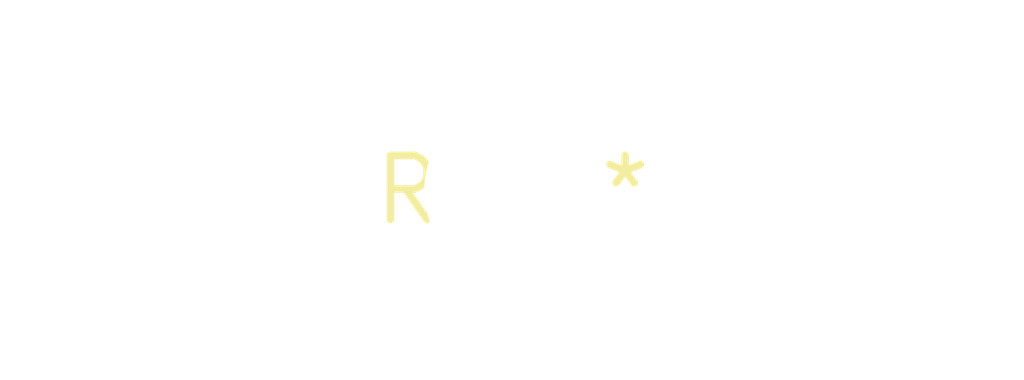
<source format=kicad_pcb>
(kicad_pcb (version 20240108) (generator pcbnew)
  (layers (0 "F.Cu" signal) (31 "B.Cu" signal) (34 "B.Paste" user) (35 "F.Paste" user) (36 "B.SilkS" user "B.Silkscreen") (37 "F.SilkS" user "F.Silkscreen") (38 "B.Mask" user) (39 "F.Mask" user) (44 "Edge.Cuts" user))
  (net 0 "")
  (footprint "MountingHole_3.5mm" (layer "F.Cu") (at 0 0)
    (property "Reference" "REF**")
    (property "Value" "MountingHole_3.5mm")
    (pad "" np_thru_hole circle (at 0 0) (size 3.5 3.5) (drill 3.5) (layers *.Cu *.Mask))
  )
)
</source>
